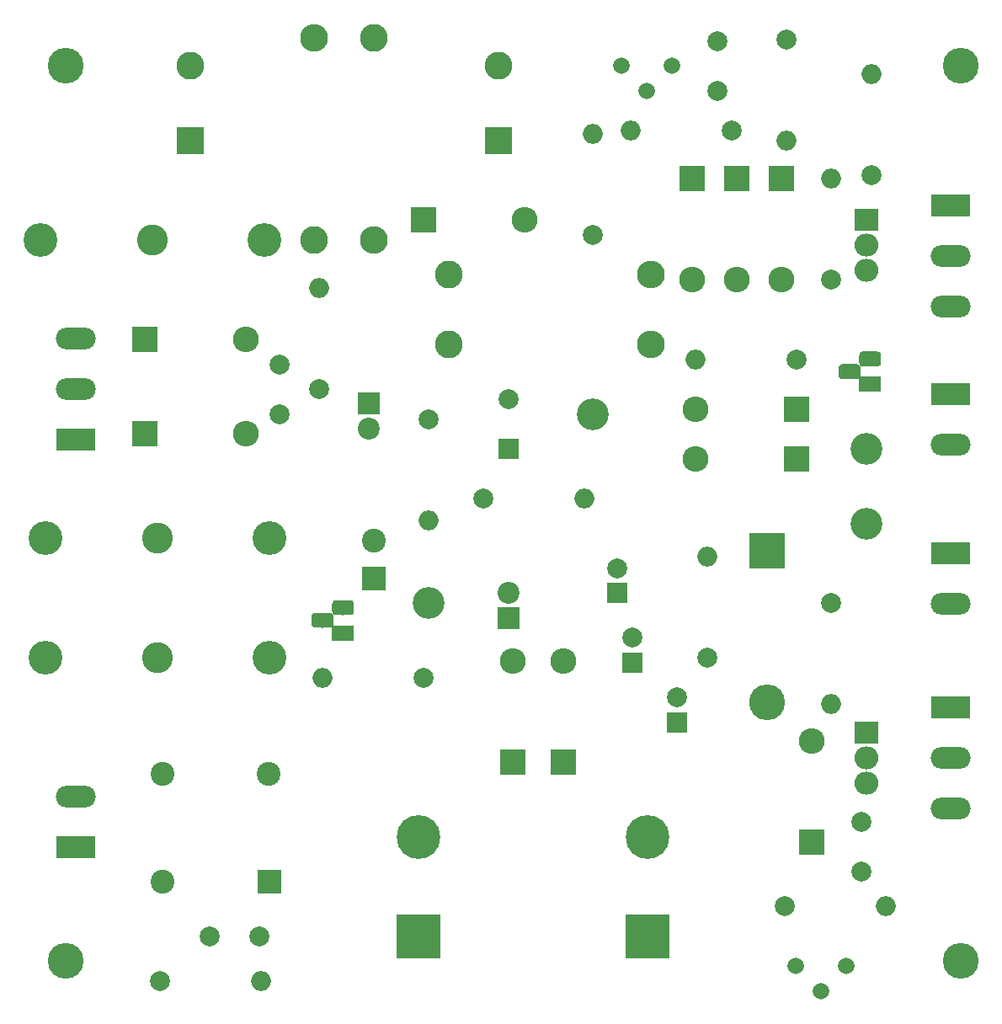
<source format=gbr>
G04 #@! TF.GenerationSoftware,KiCad,Pcbnew,(5.0.0-3-g5ebb6b6)*
G04 #@! TF.CreationDate,2018-12-23T17:20:18+00:00*
G04 #@! TF.ProjectId,Regulator,526567756C61746F722E6B696361645F,rev?*
G04 #@! TF.SameCoordinates,Original*
G04 #@! TF.FileFunction,Soldermask,Top*
G04 #@! TF.FilePolarity,Negative*
%FSLAX46Y46*%
G04 Gerber Fmt 4.6, Leading zero omitted, Abs format (unit mm)*
G04 Created by KiCad (PCBNEW (5.0.0-3-g5ebb6b6)) date Sunday, 23 December 2018 at 17:20:18*
%MOMM*%
%LPD*%
G01*
G04 APERTURE LIST*
%ADD10C,2.400000*%
%ADD11R,2.400000X2.400000*%
%ADD12C,2.000000*%
%ADD13C,4.400000*%
%ADD14R,4.400000X4.400000*%
%ADD15R,2.000000X2.000000*%
%ADD16C,2.800000*%
%ADD17R,2.800000X2.800000*%
%ADD18O,2.600000X2.600000*%
%ADD19R,2.600000X2.600000*%
%ADD20R,3.600000X3.600000*%
%ADD21O,3.600000X3.600000*%
%ADD22R,2.200000X2.200000*%
%ADD23C,2.200000*%
%ADD24C,3.400000*%
%ADD25C,3.100000*%
%ADD26R,4.000000X2.200000*%
%ADD27O,4.000000X2.200000*%
%ADD28C,3.600000*%
%ADD29C,0.100000*%
%ADD30C,1.500000*%
%ADD31R,2.200000X1.500000*%
%ADD32R,2.400000X2.305000*%
%ADD33O,2.400000X2.305000*%
%ADD34O,2.000000X2.000000*%
%ADD35C,3.200000*%
%ADD36C,1.660000*%
%ADD37O,2.800000X2.800000*%
%ADD38R,2.398980X2.398980*%
%ADD39C,2.398980*%
G04 APERTURE END LIST*
D10*
G04 #@! TO.C,D8*
X64700000Y-126200000D03*
X64700000Y-137000000D03*
D11*
X75500000Y-137000000D03*
D10*
X75400000Y-126200000D03*
G04 #@! TD*
D12*
G04 #@! TO.C,C1*
X74500000Y-142500000D03*
X69500000Y-142500000D03*
G04 #@! TD*
D13*
G04 #@! TO.C,C2*
X113500000Y-132500000D03*
D14*
X113500000Y-142500000D03*
G04 #@! TD*
G04 #@! TO.C,C3*
X90500000Y-142500000D03*
D13*
X90500000Y-132500000D03*
G04 #@! TD*
D12*
G04 #@! TO.C,C5*
X135000000Y-131000000D03*
X135000000Y-136000000D03*
G04 #@! TD*
D15*
G04 #@! TO.C,C6*
X116500000Y-121000000D03*
D12*
X116500000Y-118500000D03*
G04 #@! TD*
G04 #@! TO.C,C7*
X112000000Y-112500000D03*
D15*
X112000000Y-115000000D03*
G04 #@! TD*
G04 #@! TO.C,C8*
X110500000Y-108000000D03*
D12*
X110500000Y-105500000D03*
G04 #@! TD*
G04 #@! TO.C,C9*
X76500000Y-85000000D03*
X76500000Y-90000000D03*
G04 #@! TD*
D16*
G04 #@! TO.C,C10*
X67500000Y-55000000D03*
D17*
X67500000Y-62500000D03*
G04 #@! TD*
G04 #@! TO.C,C11*
X98500000Y-62500000D03*
D16*
X98500000Y-55000000D03*
G04 #@! TD*
D12*
G04 #@! TO.C,C12*
X120500000Y-52500000D03*
X120500000Y-57500000D03*
G04 #@! TD*
D15*
G04 #@! TO.C,C13*
X99500000Y-93500000D03*
D12*
X99500000Y-88500000D03*
G04 #@! TD*
D18*
G04 #@! TO.C,D1*
X130000000Y-122840000D03*
D19*
X130000000Y-133000000D03*
G04 #@! TD*
G04 #@! TO.C,D2*
X100000000Y-125000000D03*
D18*
X100000000Y-114840000D03*
G04 #@! TD*
D19*
G04 #@! TO.C,D3*
X105000000Y-125000000D03*
D18*
X105000000Y-114840000D03*
G04 #@! TD*
D20*
G04 #@! TO.C,D4*
X125500000Y-103760000D03*
D21*
X125500000Y-119000000D03*
G04 #@! TD*
D22*
G04 #@! TO.C,D5*
X99500000Y-110500000D03*
D23*
X99500000Y-107960000D03*
G04 #@! TD*
D18*
G04 #@! TO.C,D6*
X73160000Y-92000000D03*
D19*
X63000000Y-92000000D03*
G04 #@! TD*
G04 #@! TO.C,D7*
X63000000Y-82500000D03*
D18*
X73160000Y-82500000D03*
G04 #@! TD*
G04 #@! TO.C,D10*
X101160000Y-70500000D03*
D19*
X91000000Y-70500000D03*
G04 #@! TD*
G04 #@! TO.C,D11*
X127000000Y-66340000D03*
D18*
X127000000Y-76500000D03*
G04 #@! TD*
D19*
G04 #@! TO.C,D12*
X122500000Y-66340000D03*
D18*
X122500000Y-76500000D03*
G04 #@! TD*
G04 #@! TO.C,D13*
X118000000Y-76500000D03*
D19*
X118000000Y-66340000D03*
G04 #@! TD*
D18*
G04 #@! TO.C,D14*
X118340000Y-89500000D03*
D19*
X128500000Y-89500000D03*
G04 #@! TD*
D23*
G04 #@! TO.C,D15*
X85500000Y-91500000D03*
D22*
X85500000Y-88960000D03*
G04 #@! TD*
D19*
G04 #@! TO.C,D16*
X128500000Y-94500000D03*
D18*
X118340000Y-94500000D03*
G04 #@! TD*
D24*
G04 #@! TO.C,F1*
X75500000Y-114500000D03*
X53000000Y-114500000D03*
D25*
X64250000Y-114500000D03*
G04 #@! TD*
G04 #@! TO.C,F2*
X64250000Y-102500000D03*
D24*
X53000000Y-102500000D03*
X75500000Y-102500000D03*
G04 #@! TD*
G04 #@! TO.C,F3*
X75000000Y-72500000D03*
X52500000Y-72500000D03*
D25*
X63750000Y-72500000D03*
G04 #@! TD*
D26*
G04 #@! TO.C,J1*
X56000000Y-133580000D03*
D27*
X56000000Y-128500000D03*
G04 #@! TD*
D26*
G04 #@! TO.C,J2*
X56000000Y-92580000D03*
D27*
X56000000Y-87500000D03*
X56000000Y-82420000D03*
G04 #@! TD*
D26*
G04 #@! TO.C,J3*
X144000000Y-104000000D03*
D27*
X144000000Y-109080000D03*
G04 #@! TD*
G04 #@! TO.C,J4*
X144000000Y-93080000D03*
D26*
X144000000Y-88000000D03*
G04 #@! TD*
D28*
G04 #@! TO.C,MH2*
X145000000Y-145000000D03*
G04 #@! TD*
G04 #@! TO.C,MH3*
X145000000Y-55000000D03*
G04 #@! TD*
G04 #@! TO.C,MH4*
X55000000Y-145000000D03*
G04 #@! TD*
D29*
G04 #@! TO.C,Q1*
G36*
X81591756Y-109981806D02*
X81628159Y-109987206D01*
X81663857Y-109996147D01*
X81698506Y-110008545D01*
X81731774Y-110024280D01*
X81763339Y-110043199D01*
X81792897Y-110065121D01*
X81820165Y-110089835D01*
X81844879Y-110117103D01*
X81866801Y-110146661D01*
X81885720Y-110178226D01*
X81901455Y-110211494D01*
X81913853Y-110246143D01*
X81922794Y-110281841D01*
X81928194Y-110318244D01*
X81930000Y-110355000D01*
X81930000Y-111105000D01*
X81928194Y-111141756D01*
X81922794Y-111178159D01*
X81913853Y-111213857D01*
X81901455Y-111248506D01*
X81885720Y-111281774D01*
X81866801Y-111313339D01*
X81844879Y-111342897D01*
X81820165Y-111370165D01*
X81792897Y-111394879D01*
X81763339Y-111416801D01*
X81731774Y-111435720D01*
X81698506Y-111451455D01*
X81663857Y-111463853D01*
X81628159Y-111472794D01*
X81591756Y-111478194D01*
X81555000Y-111480000D01*
X80105000Y-111480000D01*
X80068244Y-111478194D01*
X80031841Y-111472794D01*
X79996143Y-111463853D01*
X79961494Y-111451455D01*
X79928226Y-111435720D01*
X79896661Y-111416801D01*
X79867103Y-111394879D01*
X79839835Y-111370165D01*
X79815121Y-111342897D01*
X79793199Y-111313339D01*
X79774280Y-111281774D01*
X79758545Y-111248506D01*
X79746147Y-111213857D01*
X79737206Y-111178159D01*
X79731806Y-111141756D01*
X79730000Y-111105000D01*
X79730000Y-110355000D01*
X79731806Y-110318244D01*
X79737206Y-110281841D01*
X79746147Y-110246143D01*
X79758545Y-110211494D01*
X79774280Y-110178226D01*
X79793199Y-110146661D01*
X79815121Y-110117103D01*
X79839835Y-110089835D01*
X79867103Y-110065121D01*
X79896661Y-110043199D01*
X79928226Y-110024280D01*
X79961494Y-110008545D01*
X79996143Y-109996147D01*
X80031841Y-109987206D01*
X80068244Y-109981806D01*
X80105000Y-109980000D01*
X81555000Y-109980000D01*
X81591756Y-109981806D01*
X81591756Y-109981806D01*
G37*
D30*
X80830000Y-110730000D03*
D29*
G36*
X83661756Y-108711806D02*
X83698159Y-108717206D01*
X83733857Y-108726147D01*
X83768506Y-108738545D01*
X83801774Y-108754280D01*
X83833339Y-108773199D01*
X83862897Y-108795121D01*
X83890165Y-108819835D01*
X83914879Y-108847103D01*
X83936801Y-108876661D01*
X83955720Y-108908226D01*
X83971455Y-108941494D01*
X83983853Y-108976143D01*
X83992794Y-109011841D01*
X83998194Y-109048244D01*
X84000000Y-109085000D01*
X84000000Y-109835000D01*
X83998194Y-109871756D01*
X83992794Y-109908159D01*
X83983853Y-109943857D01*
X83971455Y-109978506D01*
X83955720Y-110011774D01*
X83936801Y-110043339D01*
X83914879Y-110072897D01*
X83890165Y-110100165D01*
X83862897Y-110124879D01*
X83833339Y-110146801D01*
X83801774Y-110165720D01*
X83768506Y-110181455D01*
X83733857Y-110193853D01*
X83698159Y-110202794D01*
X83661756Y-110208194D01*
X83625000Y-110210000D01*
X82175000Y-110210000D01*
X82138244Y-110208194D01*
X82101841Y-110202794D01*
X82066143Y-110193853D01*
X82031494Y-110181455D01*
X81998226Y-110165720D01*
X81966661Y-110146801D01*
X81937103Y-110124879D01*
X81909835Y-110100165D01*
X81885121Y-110072897D01*
X81863199Y-110043339D01*
X81844280Y-110011774D01*
X81828545Y-109978506D01*
X81816147Y-109943857D01*
X81807206Y-109908159D01*
X81801806Y-109871756D01*
X81800000Y-109835000D01*
X81800000Y-109085000D01*
X81801806Y-109048244D01*
X81807206Y-109011841D01*
X81816147Y-108976143D01*
X81828545Y-108941494D01*
X81844280Y-108908226D01*
X81863199Y-108876661D01*
X81885121Y-108847103D01*
X81909835Y-108819835D01*
X81937103Y-108795121D01*
X81966661Y-108773199D01*
X81998226Y-108754280D01*
X82031494Y-108738545D01*
X82066143Y-108726147D01*
X82101841Y-108717206D01*
X82138244Y-108711806D01*
X82175000Y-108710000D01*
X83625000Y-108710000D01*
X83661756Y-108711806D01*
X83661756Y-108711806D01*
G37*
D30*
X82900000Y-109460000D03*
D31*
X82900000Y-112000000D03*
G04 #@! TD*
D32*
G04 #@! TO.C,Q2*
X135500000Y-70500000D03*
D33*
X135500000Y-73040000D03*
X135500000Y-75580000D03*
G04 #@! TD*
D34*
G04 #@! TO.C,R1*
X74660000Y-147000000D03*
D12*
X64500000Y-147000000D03*
G04 #@! TD*
G04 #@! TO.C,R2*
X132000000Y-109000000D03*
D34*
X132000000Y-119160000D03*
G04 #@! TD*
G04 #@! TO.C,R3*
X80840000Y-116500000D03*
D12*
X91000000Y-116500000D03*
G04 #@! TD*
G04 #@! TO.C,R4*
X119500000Y-114500000D03*
D34*
X119500000Y-104340000D03*
G04 #@! TD*
G04 #@! TO.C,R5*
X80500000Y-77340000D03*
D12*
X80500000Y-87500000D03*
G04 #@! TD*
D34*
G04 #@! TO.C,R19*
X91500000Y-100660000D03*
D12*
X91500000Y-90500000D03*
G04 #@! TD*
G04 #@! TO.C,R10*
X132000000Y-76500000D03*
D34*
X132000000Y-66340000D03*
G04 #@! TD*
G04 #@! TO.C,R11*
X108000000Y-61840000D03*
D12*
X108000000Y-72000000D03*
G04 #@! TD*
D34*
G04 #@! TO.C,R12*
X118340000Y-84500000D03*
D12*
X128500000Y-84500000D03*
G04 #@! TD*
G04 #@! TO.C,R13*
X127500000Y-52340000D03*
D34*
X127500000Y-62500000D03*
G04 #@! TD*
D12*
G04 #@! TO.C,R15*
X97000000Y-98500000D03*
D34*
X107160000Y-98500000D03*
G04 #@! TD*
D12*
G04 #@! TO.C,R99*
X136000000Y-66000000D03*
D34*
X136000000Y-55840000D03*
G04 #@! TD*
D35*
G04 #@! TO.C,TP1*
X135500000Y-93500000D03*
G04 #@! TD*
G04 #@! TO.C,TP2*
X108000000Y-90000000D03*
G04 #@! TD*
G04 #@! TO.C,TP3*
X135500000Y-101000000D03*
G04 #@! TD*
G04 #@! TO.C,TP4*
X91500000Y-109000000D03*
G04 #@! TD*
D33*
G04 #@! TO.C,U1*
X135500000Y-127080000D03*
X135500000Y-124540000D03*
D32*
X135500000Y-122000000D03*
G04 #@! TD*
D31*
G04 #@! TO.C,U2*
X135900000Y-87000000D03*
D29*
G36*
X136661756Y-83711806D02*
X136698159Y-83717206D01*
X136733857Y-83726147D01*
X136768506Y-83738545D01*
X136801774Y-83754280D01*
X136833339Y-83773199D01*
X136862897Y-83795121D01*
X136890165Y-83819835D01*
X136914879Y-83847103D01*
X136936801Y-83876661D01*
X136955720Y-83908226D01*
X136971455Y-83941494D01*
X136983853Y-83976143D01*
X136992794Y-84011841D01*
X136998194Y-84048244D01*
X137000000Y-84085000D01*
X137000000Y-84835000D01*
X136998194Y-84871756D01*
X136992794Y-84908159D01*
X136983853Y-84943857D01*
X136971455Y-84978506D01*
X136955720Y-85011774D01*
X136936801Y-85043339D01*
X136914879Y-85072897D01*
X136890165Y-85100165D01*
X136862897Y-85124879D01*
X136833339Y-85146801D01*
X136801774Y-85165720D01*
X136768506Y-85181455D01*
X136733857Y-85193853D01*
X136698159Y-85202794D01*
X136661756Y-85208194D01*
X136625000Y-85210000D01*
X135175000Y-85210000D01*
X135138244Y-85208194D01*
X135101841Y-85202794D01*
X135066143Y-85193853D01*
X135031494Y-85181455D01*
X134998226Y-85165720D01*
X134966661Y-85146801D01*
X134937103Y-85124879D01*
X134909835Y-85100165D01*
X134885121Y-85072897D01*
X134863199Y-85043339D01*
X134844280Y-85011774D01*
X134828545Y-84978506D01*
X134816147Y-84943857D01*
X134807206Y-84908159D01*
X134801806Y-84871756D01*
X134800000Y-84835000D01*
X134800000Y-84085000D01*
X134801806Y-84048244D01*
X134807206Y-84011841D01*
X134816147Y-83976143D01*
X134828545Y-83941494D01*
X134844280Y-83908226D01*
X134863199Y-83876661D01*
X134885121Y-83847103D01*
X134909835Y-83819835D01*
X134937103Y-83795121D01*
X134966661Y-83773199D01*
X134998226Y-83754280D01*
X135031494Y-83738545D01*
X135066143Y-83726147D01*
X135101841Y-83717206D01*
X135138244Y-83711806D01*
X135175000Y-83710000D01*
X136625000Y-83710000D01*
X136661756Y-83711806D01*
X136661756Y-83711806D01*
G37*
D30*
X135900000Y-84460000D03*
D29*
G36*
X134591756Y-84981806D02*
X134628159Y-84987206D01*
X134663857Y-84996147D01*
X134698506Y-85008545D01*
X134731774Y-85024280D01*
X134763339Y-85043199D01*
X134792897Y-85065121D01*
X134820165Y-85089835D01*
X134844879Y-85117103D01*
X134866801Y-85146661D01*
X134885720Y-85178226D01*
X134901455Y-85211494D01*
X134913853Y-85246143D01*
X134922794Y-85281841D01*
X134928194Y-85318244D01*
X134930000Y-85355000D01*
X134930000Y-86105000D01*
X134928194Y-86141756D01*
X134922794Y-86178159D01*
X134913853Y-86213857D01*
X134901455Y-86248506D01*
X134885720Y-86281774D01*
X134866801Y-86313339D01*
X134844879Y-86342897D01*
X134820165Y-86370165D01*
X134792897Y-86394879D01*
X134763339Y-86416801D01*
X134731774Y-86435720D01*
X134698506Y-86451455D01*
X134663857Y-86463853D01*
X134628159Y-86472794D01*
X134591756Y-86478194D01*
X134555000Y-86480000D01*
X133105000Y-86480000D01*
X133068244Y-86478194D01*
X133031841Y-86472794D01*
X132996143Y-86463853D01*
X132961494Y-86451455D01*
X132928226Y-86435720D01*
X132896661Y-86416801D01*
X132867103Y-86394879D01*
X132839835Y-86370165D01*
X132815121Y-86342897D01*
X132793199Y-86313339D01*
X132774280Y-86281774D01*
X132758545Y-86248506D01*
X132746147Y-86213857D01*
X132737206Y-86178159D01*
X132731806Y-86141756D01*
X132730000Y-86105000D01*
X132730000Y-85355000D01*
X132731806Y-85318244D01*
X132737206Y-85281841D01*
X132746147Y-85246143D01*
X132758545Y-85211494D01*
X132774280Y-85178226D01*
X132793199Y-85146661D01*
X132815121Y-85117103D01*
X132839835Y-85089835D01*
X132867103Y-85065121D01*
X132896661Y-85043199D01*
X132928226Y-85024280D01*
X132961494Y-85008545D01*
X132996143Y-84996147D01*
X133031841Y-84987206D01*
X133068244Y-84981806D01*
X133105000Y-84980000D01*
X134555000Y-84980000D01*
X134591756Y-84981806D01*
X134591756Y-84981806D01*
G37*
D30*
X133830000Y-85730000D03*
G04 #@! TD*
D36*
G04 #@! TO.C,RV1*
X128420000Y-145500000D03*
X130960000Y-148040000D03*
X133500000Y-145500000D03*
G04 #@! TD*
G04 #@! TO.C,RV2*
X116000000Y-55000000D03*
X113460000Y-57540000D03*
X110920000Y-55000000D03*
G04 #@! TD*
D34*
G04 #@! TO.C,R16*
X137500000Y-139500000D03*
D12*
X127340000Y-139500000D03*
G04 #@! TD*
G04 #@! TO.C,R17*
X122000000Y-61500000D03*
D34*
X111840000Y-61500000D03*
G04 #@! TD*
D27*
G04 #@! TO.C,J5*
X144000000Y-79160000D03*
X144000000Y-74080000D03*
D26*
X144000000Y-69000000D03*
G04 #@! TD*
G04 #@! TO.C,J6*
X144000000Y-119500000D03*
D27*
X144000000Y-124580000D03*
X144000000Y-129660000D03*
G04 #@! TD*
D28*
G04 #@! TO.C,MH1*
X55000000Y-55000000D03*
G04 #@! TD*
D16*
G04 #@! TO.C,R6*
X80000000Y-72500000D03*
D37*
X80000000Y-52180000D03*
G04 #@! TD*
G04 #@! TO.C,R7*
X86000000Y-72500000D03*
D16*
X86000000Y-52180000D03*
G04 #@! TD*
G04 #@! TO.C,R8*
X93500000Y-76000000D03*
D37*
X113820000Y-76000000D03*
G04 #@! TD*
G04 #@! TO.C,R14*
X113820000Y-83000000D03*
D16*
X93500000Y-83000000D03*
G04 #@! TD*
D38*
G04 #@! TO.C,JP1*
X86000000Y-106500000D03*
D39*
X86000000Y-102690000D03*
G04 #@! TD*
M02*

</source>
